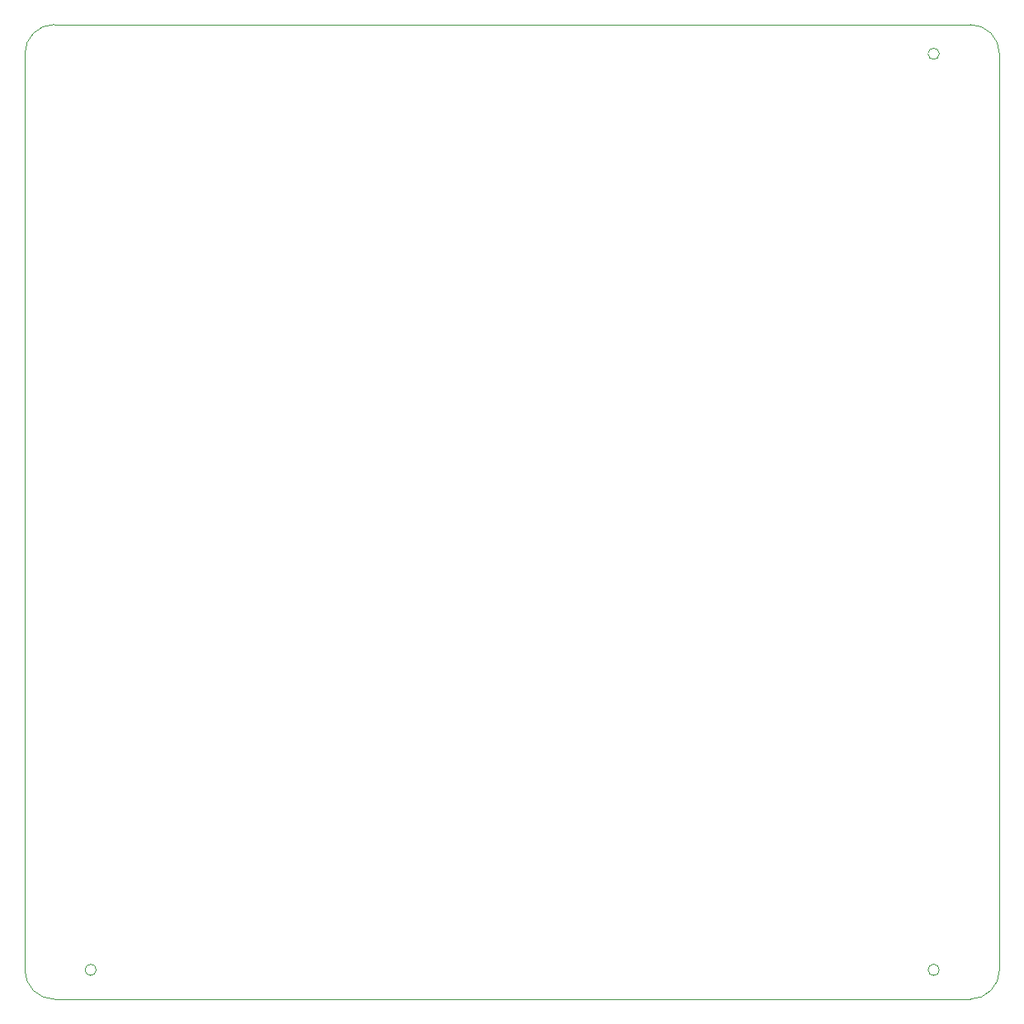
<source format=gbr>
%TF.GenerationSoftware,KiCad,Pcbnew,(6.0.0)*%
%TF.CreationDate,2022-01-12T18:34:34+03:00*%
%TF.ProjectId,UnderControl_V6,556e6465-7243-46f6-9e74-726f6c5f5636,1.6*%
%TF.SameCoordinates,Original*%
%TF.FileFunction,Profile,NP*%
%FSLAX46Y46*%
G04 Gerber Fmt 4.6, Leading zero omitted, Abs format (unit mm)*
G04 Created by KiCad (PCBNEW (6.0.0)) date 2022-01-12 18:34:34*
%MOMM*%
%LPD*%
G01*
G04 APERTURE LIST*
%TA.AperFunction,Profile*%
%ADD10C,0.100000*%
%TD*%
G04 APERTURE END LIST*
D10*
X145326000Y-55500000D02*
G75*
G03*
X145326000Y-55500000I-576000J0D01*
G01*
X148500000Y-52500000D02*
X54500000Y-52500000D01*
X145326000Y-149499999D02*
G75*
G03*
X145326000Y-149499999I-576000J0D01*
G01*
X151500000Y-149500000D02*
X151500000Y-55500000D01*
X51500000Y-55500000D02*
X51500000Y-149500000D01*
X148500000Y-152500000D02*
G75*
G03*
X151500000Y-149500000I-1J3000001D01*
G01*
X54500000Y-152500000D02*
X148500000Y-152500000D01*
X54500000Y-52500000D02*
G75*
G03*
X51500000Y-55500000I1J-3000001D01*
G01*
X58826000Y-149499999D02*
G75*
G03*
X58826000Y-149499999I-576000J0D01*
G01*
X51500000Y-149500000D02*
G75*
G03*
X54500000Y-152500000I3000001J1D01*
G01*
X151500000Y-55500000D02*
G75*
G03*
X148500000Y-52500000I-3000001J-1D01*
G01*
M02*

</source>
